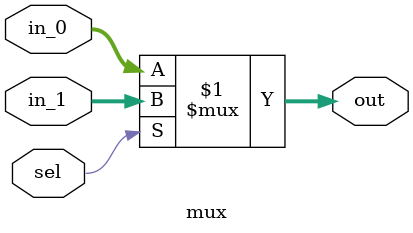
<source format=v>
`timescale 1ns / 1ns

module mux(
    sel, 
    in_0, 
    in_1,
    out 
    );

    parameter size = 32;

    input sel;
    input [size-1:0] in_0;
    input [size-1:0] in_1;
    output [size-1:0] out;

    assign out = (sel) ? in_1 : in_0;
endmodule
</source>
